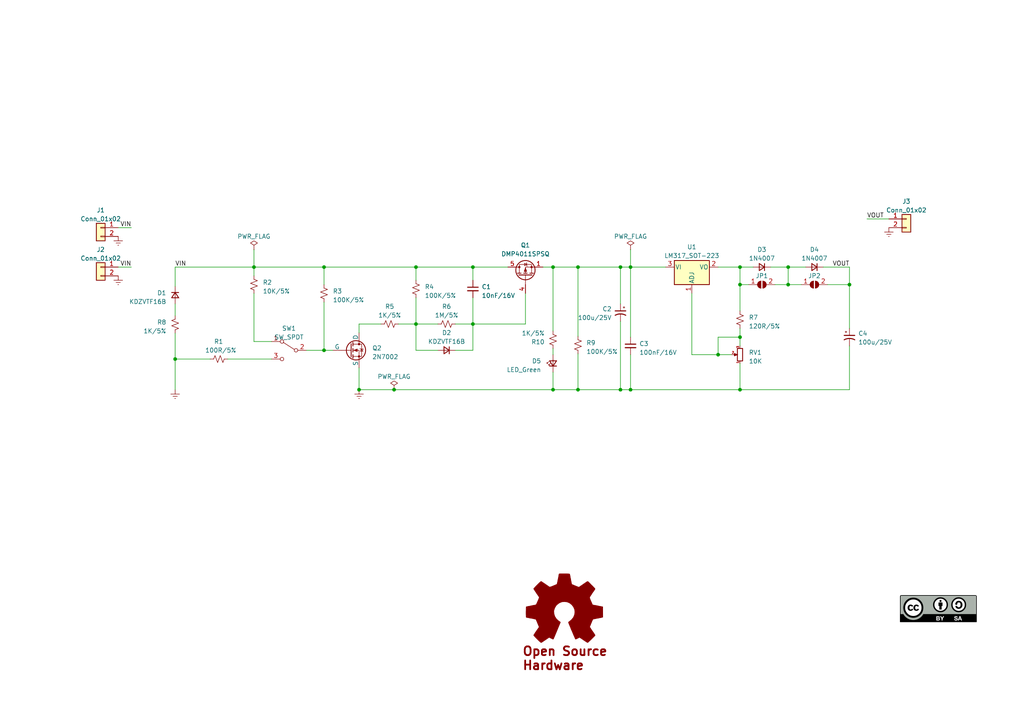
<source format=kicad_sch>
(kicad_sch (version 20230121) (generator eeschema)
  (paper "A4")
  (title_block (title "LM317 Supply Module") (date "2023-05-07") (rev "1.0") (comment 1 "github.com/tw1chao/LM317SupplyModule") (comment 2 "CC BY-SA 4.0") (comment 3 "Open Source Hardware"))
  (lib_symbols
    (symbol "Connector_Generic:Conn_01x02" (pin_names (offset 1.016) hide)
      (property "Reference" "J" (at 0 2.54 0))
      (property "Value" "Conn_01x02" (at 0 -5.08 0))
      (symbol "Conn_01x02_1_1"
        (rectangle (start -1.27 -2.413) (end 0 -2.667) (stroke (width 0.1524)))
        (rectangle (start -1.27 0.127) (end 0 -0.127) (stroke (width 0.1524)))
        (rectangle (start -1.27 1.27) (end 1.27 -3.81) (stroke (width 0.254)) (fill (type background)))
        (pin passive line (at -5.08 0 0) (length 3.81) (name "Pin_1") (number "1"))
        (pin passive line (at -5.08 -2.54 0) (length 3.81) (name "Pin_2") (number "2"))
      )
    )
    (symbol "Device:C_Polarized_Small_US" (pin_numbers hide) (pin_names (offset 0.254) hide)
      (property "Reference" "C" (at 0.254 1.778 0))
      (property "Value" "C_Polarized_Small_US" (at 0.254 -2.032 0))
      (symbol "C_Polarized_Small_US_0_1"
        (polyline (pts (xy -1.524 0.508) (xy 1.524 0.508)) (stroke (width 0.3048)))
        (polyline (pts (xy -1.27 1.524) (xy -0.762 1.524)))
        (polyline (pts (xy -1.016 1.27) (xy -1.016 1.778)))
        (arc (start 1.524 -0.762) (mid 0 -0.3734) (end -1.524 -0.762) (stroke (width 0.3048)))
      )
      (symbol "C_Polarized_Small_US_1_1"
        (pin passive line (at 0 2.54 270) (length 2.032) (name "~") (number "1"))
        (pin passive line (at 0 -2.54 90) (length 2.032) (name "~") (number "2"))
      )
    )
    (symbol "Device:C_Small" (pin_numbers hide) (pin_names (offset 0.254) hide)
      (property "Reference" "C" (at 0.254 1.778 0))
      (property "Value" "C_Small" (at 0.254 -2.032 0))
      (symbol "C_Small_0_1"
        (polyline (pts (xy -1.524 -0.508) (xy 1.524 -0.508)) (stroke (width 0.3302)))
        (polyline (pts (xy -1.524 0.508) (xy 1.524 0.508)) (stroke (width 0.3048)))
      )
      (symbol "C_Small_1_1"
        (pin passive line (at 0 2.54 270) (length 2.032) (name "~") (number "1"))
        (pin passive line (at 0 -2.54 90) (length 2.032) (name "~") (number "2"))
      )
    )
    (symbol "Device:D_Small" (pin_numbers hide) (pin_names (offset 0.254) hide)
      (property "Reference" "D" (at -1.27 2.032 0))
      (property "Value" "D_Small" (at -3.81 -2.032 0))
      (symbol "D_Small_0_1"
        (polyline (pts (xy -0.762 -1.016) (xy -0.762 1.016)) (stroke (width 0.254)))
        (polyline (pts (xy -0.762 0) (xy 0.762 0)))
        (polyline (pts (xy 0.762 -1.016) (xy -0.762 0) (xy 0.762 1.016) (xy 0.762 -1.016)) (stroke (width 0.254)))
      )
      (symbol "D_Small_1_1"
        (pin passive line (at -2.54 0 0) (length 1.778) (name "K") (number "1"))
        (pin passive line (at 2.54 0 180) (length 1.778) (name "A") (number "2"))
      )
    )
    (symbol "Device:LED_Small" (pin_numbers hide) (pin_names (offset 0.254) hide)
      (property "Reference" "D" (at -1.27 3.175 0))
      (property "Value" "LED_Small" (at -4.445 -2.54 0))
      (symbol "LED_Small_0_1"
        (polyline (pts (xy -0.762 -1.016) (xy -0.762 1.016)) (stroke (width 0.254)))
        (polyline (pts (xy 1.016 0) (xy -0.762 0)))
        (polyline (pts (xy 0.762 -1.016) (xy -0.762 0) (xy 0.762 1.016) (xy 0.762 -1.016)) (stroke (width 0.254)))
        (polyline (pts (xy 0 0.762) (xy -0.508 1.27) (xy -0.254 1.27) (xy -0.508 1.27) (xy -0.508 1.016)))
        (polyline (pts (xy 0.508 1.27) (xy 0 1.778) (xy 0.254 1.778) (xy 0 1.778) (xy 0 1.524)))
      )
      (symbol "LED_Small_1_1"
        (pin passive line (at -2.54 0 0) (length 1.778) (name "K") (number "1"))
        (pin passive line (at 2.54 0 180) (length 1.778) (name "A") (number "2"))
      )
    )
    (symbol "Device:R_Potentiometer_Small" (pin_names (offset 1.016) hide)
      (property "Reference" "RV" (at -4.445 0 90))
      (property "Value" "R_Potentiometer_Small" (at -2.54 0 90))
      (symbol "R_Potentiometer_Small_0_1"
        (polyline (pts (xy 0.889 0) (xy 0.635 0) (xy 1.651 0.381) (xy 1.651 -0.381) (xy 0.635 0) (xy 0.889 0)) (fill (type outline)))
        (rectangle (start 0.762 1.8034) (end -0.762 -1.8034) (stroke (width 0.254)))
      )
      (symbol "R_Potentiometer_Small_1_1"
        (pin passive line (at 0 2.54 270) (length 0.635) (name "1") (number "1"))
        (pin passive line (at 2.54 0 180) (length 0.9906) (name "2") (number "2"))
        (pin passive line (at 0 -2.54 90) (length 0.635) (name "3") (number "3"))
      )
    )
    (symbol "Device:R_Small_US" (pin_numbers hide) (pin_names (offset 0.254) hide)
      (property "Reference" "R" (at 0.762 0.508 0))
      (property "Value" "R_Small_US" (at 0.762 -1.016 0))
      (symbol "R_Small_US_1_1"
        (polyline (pts (xy 0 0) (xy 1.016 -0.381) (xy 0 -0.762) (xy -1.016 -1.143) (xy 0 -1.524)))
        (polyline (pts (xy 0 1.524) (xy 1.016 1.143) (xy 0 0.762) (xy -1.016 0.381) (xy 0 0)))
        (pin passive line (at 0 2.54 270) (length 1.016) (name "~") (number "1"))
        (pin passive line (at 0 -2.54 90) (length 1.016) (name "~") (number "2"))
      )
    )
    (symbol "Graphic:Logo_Open_Hardware_Large" (in_bom no) (on_board no)
      (symbol "Logo_Open_Hardware_Large_1_1"
        (polyline (pts (xy 6.731 -8.7122) (xy 6.6294 -8.6614) (xy 6.35 -8.4836) (xy 5.9944 -8.255) (xy 5.5372 -7.9502) (xy 5.1054 -7.6454) (xy 4.7498 -7.4168) (xy 4.4958 -7.239) (xy 4.3942 -7.1882) (xy 4.318 -7.2136) (xy 4.1148 -7.3152) (xy 3.81 -7.4676) (xy 3.6322 -7.5692) (xy 3.3528 -7.6708) (xy 3.2258 -7.6962) (xy 3.2004 -7.6708) (xy 3.0988 -7.4676) (xy 2.9464 -7.0866) (xy 2.7178 -6.604) (xy 2.4892 -6.0452) (xy 2.2352 -5.4356) (xy 1.9558 -4.826) (xy 1.7272 -4.2164) (xy 1.4986 -3.683) (xy 1.3208 -3.2512) (xy 1.2192 -2.9464) (xy 1.1684 -2.8194) (xy 1.1938 -2.794) (xy 1.3208 -2.667) (xy 1.5748 -2.4892) (xy 2.0828 -2.0574) (xy 2.6162 -1.397) (xy 2.921 -0.6604) (xy 3.048 0.1524) (xy 2.9464 0.9144) (xy 2.6416 1.6256) (xy 2.1336 2.286) (xy 1.524 2.7686) (xy 0.8128 3.0734) (xy 0 3.175) (xy -0.762 3.0988) (xy -1.4986 2.794) (xy -2.159 2.286) (xy -2.4384 1.9812) (xy -2.8194 1.3208) (xy -3.048 0.6096) (xy -3.0734 0.4318) (xy -3.0226 -0.3556) (xy -2.794 -1.0922) (xy -2.3876 -1.7526) (xy -1.8288 -2.3114) (xy -1.7526 -2.3622) (xy -1.4732 -2.5654) (xy -1.2954 -2.6924) (xy -1.1684 -2.8194) (xy -2.159 -5.207) (xy -2.3114 -5.588) (xy -2.5908 -6.2484) (xy -2.8194 -6.8072) (xy -3.0226 -7.2644) (xy -3.1496 -7.5692) (xy -3.2258 -7.6708) (xy -3.2258 -7.6962) (xy -3.302 -7.6962) (xy -3.4798 -7.6454) (xy -3.8354 -7.4676) (xy -4.0386 -7.366) (xy -4.2926 -7.239) (xy -4.4196 -7.1882) (xy -4.5212 -7.239) (xy -4.7498 -7.3914) (xy -5.1054 -7.6454) (xy -5.5372 -7.9248) (xy -5.9436 -8.2042) (xy -6.3246 -8.4582) (xy -6.604 -8.636) (xy -6.731 -8.7122) (xy -6.7564 -8.7122) (xy -6.858 -8.636) (xy -7.0866 -8.4582) (xy -7.4168 -8.1534) (xy -7.874 -7.6962) (xy -7.9502 -7.62) (xy -8.3312 -7.239) (xy -8.636 -6.9088) (xy -8.8392 -6.6802) (xy -8.9154 -6.5786) (xy -8.9154 -6.5786) (xy -8.8392 -6.4516) (xy -8.6614 -6.1722) (xy -8.4328 -5.7912) (xy -8.128 -5.3594) (xy -7.3152 -4.191) (xy -7.7724 -3.0988) (xy -7.8994 -2.7686) (xy -8.0772 -2.3622) (xy -8.2042 -2.0828) (xy -8.255 -1.9558) (xy -8.382 -1.905) (xy -8.6614 -1.8542) (xy -9.0932 -1.7526) (xy -9.6266 -1.651) (xy -10.1092 -1.5748) (xy -10.541 -1.4732) (xy -10.8712 -1.4224) (xy -11.0236 -1.397) (xy -11.049 -1.3716) (xy -11.0744 -1.2954) (xy -11.0998 -1.143) (xy -11.0998 -0.889) (xy -11.1252 -0.4572) (xy -11.1252 0.1524) (xy -11.1252 0.2286) (xy -11.0998 0.8128) (xy -11.0998 1.27) (xy -11.0744 1.5494) (xy -11.0744 1.6764) (xy -11.0744 1.6764) (xy -10.922 1.7018) (xy -10.6172 1.778) (xy -10.16 1.8542) (xy -9.652 1.9558) (xy -9.6012 1.9812) (xy -9.0932 2.0828) (xy -8.636 2.159) (xy -8.3312 2.2352) (xy -8.2042 2.286) (xy -8.1788 2.3114) (xy -8.0772 2.5146) (xy -7.9248 2.8448) (xy -7.747 3.2512) (xy -7.5692 3.6576) (xy -7.4168 4.0386) (xy -7.3152 4.318) (xy -7.2898 4.445) (xy -7.2898 4.445) (xy -7.366 4.572) (xy -7.5438 4.826) (xy -7.7978 5.207) (xy -8.128 5.6642) (xy -8.128 5.6896) (xy -8.4328 6.1468) (xy -8.6868 6.5278) (xy -8.8392 6.7818) (xy -8.9154 6.9088) (xy -8.9154 6.9088) (xy -8.8138 7.0358) (xy -8.5852 7.2898) (xy -8.255 7.6454) (xy -7.874 8.0264) (xy -7.747 8.1534) (xy -7.3152 8.5852) (xy -7.0104 8.8646) (xy -6.8326 8.9916) (xy -6.731 9.0424) (xy -6.731 9.0424) (xy -6.604 8.9408) (xy -6.3246 8.763) (xy -5.9436 8.509) (xy -5.4864 8.2042) (xy -5.461 8.1788) (xy -5.0038 7.874) (xy -4.6482 7.62) (xy -4.3688 7.4422) (xy -4.2672 7.3914) (xy -4.2418 7.3914) (xy -4.064 7.4422) (xy -3.7338 7.5438) (xy -3.3528 7.6962) (xy -2.9464 7.874) (xy -2.5654 8.0264) (xy -2.286 8.1534) (xy -2.159 8.2296) (xy -2.159 8.2296) (xy -2.1082 8.382) (xy -2.032 8.7122) (xy -1.9304 9.1694) (xy -1.8288 9.7282) (xy -1.8034 9.8044) (xy -1.7018 10.3378) (xy -1.6256 10.7696) (xy -1.5748 11.0744) (xy -1.524 11.2014) (xy -1.4478 11.2268) (xy -1.1938 11.2522) (xy -0.8128 11.2522) (xy -0.3302 11.2522) (xy 0.1524 11.2522) (xy 0.6604 11.2522) (xy 1.0668 11.2268) (xy 1.3716 11.2014) (xy 1.4986 11.176) (xy 1.4986 11.176) (xy 1.5494 11.0236) (xy 1.6256 10.6934) (xy 1.7018 10.2108) (xy 1.8288 9.6774) (xy 1.8288 9.5758) (xy 1.9304 9.0424) (xy 2.032 8.6106) (xy 2.0828 8.3058) (xy 2.1336 8.2042) (xy 2.159 8.1788) (xy 2.3876 8.0772) (xy 2.7432 7.9248) (xy 3.175 7.747) (xy 4.191 7.3406) (xy 5.461 8.2042) (xy 5.5626 8.2804) (xy 6.0198 8.5852) (xy 6.3754 8.8392) (xy 6.6294 8.9916) (xy 6.7564 9.0424) (xy 6.7564 9.0424) (xy 6.8834 8.9408) (xy 7.1374 8.7122) (xy 7.4676 8.382) (xy 7.8486 7.9756) (xy 8.1534 7.6962) (xy 8.4836 7.3406) (xy 8.7122 7.112) (xy 8.8392 6.9596) (xy 8.8646 6.858) (xy 8.8646 6.8072) (xy 8.7884 6.6802) (xy 8.6106 6.4008) (xy 8.3312 6.0198) (xy 8.0264 5.588) (xy 7.7978 5.207) (xy 7.5184 4.8006) (xy 7.3406 4.4958) (xy 7.2898 4.3434) (xy 7.2898 4.2926) (xy 7.3914 4.0386) (xy 7.5184 3.683) (xy 7.7216 3.2258) (xy 8.1534 2.2352) (xy 8.7884 2.1082) (xy 9.1948 2.0574) (xy 9.7536 1.9304) (xy 10.2616 1.8288) (xy 11.0998 1.6764) (xy 11.1252 -1.3208) (xy 10.9982 -1.3716) (xy 10.8712 -1.397) (xy 10.5664 -1.4732) (xy 10.1346 -1.5494) (xy 9.6266 -1.651) (xy 9.1948 -1.7272) (xy 8.7376 -1.8288) (xy 8.4328 -1.8796) (xy 8.2804 -1.905) (xy 8.255 -1.9558) (xy 8.1534 -2.159) (xy 7.9756 -2.5146) (xy 7.8232 -2.921) (xy 7.6454 -3.3274) (xy 7.493 -3.7338) (xy 7.366 -4.0132) (xy 7.3406 -4.191) (xy 7.3914 -4.2926) (xy 7.5692 -4.5466) (xy 7.7978 -4.9276) (xy 8.1026 -5.3594) (xy 8.4074 -5.7912) (xy 8.6614 -6.1722) (xy 8.8138 -6.4262) (xy 8.89 -6.5532) (xy 8.8646 -6.6548) (xy 8.6868 -6.858) (xy 8.3566 -7.1882) (xy 7.874 -7.6708) (xy 7.7978 -7.747) (xy 7.3914 -8.128) (xy 7.0612 -8.4328) (xy 6.8326 -8.636) (xy 6.731 -8.7122)) (fill (type outline)))
      )
    )
    (symbol "Jumper:SolderJumper_2_Open" (pin_names (offset 0) hide)
      (property "Reference" "JP" (at 0 2.032 0))
      (property "Value" "SolderJumper_2_Open" (at 0 -2.54 0))
      (symbol "SolderJumper_2_Open_0_1"
        (arc (start -0.254 1.016) (mid -1.2656 0) (end -0.254 -1.016))
        (arc (start -0.254 1.016) (mid -1.2656 0) (end -0.254 -1.016) (fill (type outline)))
        (polyline (pts (xy -0.254 1.016) (xy -0.254 -1.016)))
        (polyline (pts (xy 0.254 1.016) (xy 0.254 -1.016)))
        (arc (start 0.254 -1.016) (mid 1.2656 0) (end 0.254 1.016))
        (arc (start 0.254 -1.016) (mid 1.2656 0) (end 0.254 1.016) (fill (type outline)))
      )
      (symbol "SolderJumper_2_Open_1_1"
        (pin passive line (at -3.81 0 0) (length 2.54) (name "A") (number "1"))
        (pin passive line (at 3.81 0 180) (length 2.54) (name "B") (number "2"))
      )
    )
    (symbol "Regulator_Linear:LM317_SOT-223" (pin_names (offset 0.254))
      (property "Reference" "U" (at -3.81 3.175 0))
      (property "Value" "LM317_SOT-223" (at 0 3.175 0))
      (symbol "LM317_SOT-223_0_1"
        (rectangle (start -5.08 1.905) (end 5.08 -5.08) (stroke (width 0.254)) (fill (type background)))
      )
      (symbol "LM317_SOT-223_1_1"
        (pin input line (at 0 -7.62 90) (length 2.54) (name "ADJ") (number "1"))
        (pin power_out line (at 7.62 0 180) (length 2.54) (name "VO") (number "2"))
        (pin power_in line (at -7.62 0 0) (length 2.54) (name "VI") (number "3"))
      )
    )
    (symbol "Simulation_SPICE:NMOS" (pin_numbers hide) (pin_names (offset 0))
      (property "Reference" "Q" (at 5.08 1.27 0))
      (property "Value" "NMOS" (at 5.08 -1.27 0))
      (symbol "NMOS_0_1"
        (polyline (pts (xy 0.254 0) (xy -2.54 0)))
        (polyline (pts (xy 0.254 1.905) (xy 0.254 -1.905)) (stroke (width 0.254)))
        (polyline (pts (xy 0.762 -1.27) (xy 0.762 -2.286)) (stroke (width 0.254)))
        (polyline (pts (xy 0.762 0.508) (xy 0.762 -0.508)) (stroke (width 0.254)))
        (polyline (pts (xy 0.762 2.286) (xy 0.762 1.27)) (stroke (width 0.254)))
        (polyline (pts (xy 2.54 2.54) (xy 2.54 1.778)))
        (polyline (pts (xy 2.54 -2.54) (xy 2.54 0) (xy 0.762 0)))
        (polyline (pts (xy 0.762 -1.778) (xy 3.302 -1.778) (xy 3.302 1.778) (xy 0.762 1.778)))
        (polyline (pts (xy 1.016 0) (xy 2.032 0.381) (xy 2.032 -0.381) (xy 1.016 0)) (fill (type outline)))
        (polyline (pts (xy 2.794 0.508) (xy 2.921 0.381) (xy 3.683 0.381) (xy 3.81 0.254)))
        (polyline (pts (xy 3.302 0.381) (xy 2.921 -0.254) (xy 3.683 -0.254) (xy 3.302 0.381)))
        (circle (center 1.651 0) (radius 2.794) (stroke (width 0.254)))
        (circle (center 2.54 -1.778) (radius 0.254) (fill (type outline)))
        (circle (center 2.54 1.778) (radius 0.254) (fill (type outline)))
      )
      (symbol "NMOS_1_1"
        (pin passive line (at 2.54 5.08 270) (length 2.54) (name "D") (number "1"))
        (pin input line (at -5.08 0 0) (length 2.54) (name "G") (number "2"))
        (pin passive line (at 2.54 -5.08 90) (length 2.54) (name "S") (number "3"))
      )
    )
    (symbol "Switch:SW_SPDT" (pin_names (offset 0) hide)
      (property "Reference" "SW" (at 0 4.318 0))
      (property "Value" "SW_SPDT" (at 0 -5.08 0))
      (symbol "SW_SPDT_0_0"
        (circle (center -2.032 0) (radius 0.508))
        (circle (center 2.032 -2.54) (radius 0.508))
      )
      (symbol "SW_SPDT_0_1"
        (polyline (pts (xy -1.524 0.254) (xy 1.651 2.286)))
        (circle (center 2.032 2.54) (radius 0.508))
      )
      (symbol "SW_SPDT_1_1"
        (pin passive line (at 5.08 2.54 180) (length 2.54) (name "A") (number "1"))
        (pin passive line (at -5.08 0 0) (length 2.54) (name "B") (number "2"))
        (pin passive line (at 5.08 -2.54 180) (length 2.54) (name "C") (number "3"))
      )
    )
    (symbol "Transistor_FET:DMP3013SFV" (pin_names hide)
      (property "Reference" "Q" (at 5.08 1.905 0))
      (property "Value" "DMP3013SFV" (at 5.08 0 0))
      (symbol "DMP3013SFV_0_1"
        (polyline (pts (xy 0.254 0) (xy -2.54 0)))
        (polyline (pts (xy 0.254 1.905) (xy 0.254 -1.905)) (stroke (width 0.254)))
        (polyline (pts (xy 0.762 -1.27) (xy 0.762 -2.286)) (stroke (width 0.254)))
        (polyline (pts (xy 0.762 0.508) (xy 0.762 -0.508)) (stroke (width 0.254)))
        (polyline (pts (xy 0.762 2.286) (xy 0.762 1.27)) (stroke (width 0.254)))
        (polyline (pts (xy 2.54 2.54) (xy 2.54 1.778)))
        (polyline (pts (xy 2.54 -2.54) (xy 2.54 0) (xy 0.762 0)))
        (polyline (pts (xy 0.762 1.778) (xy 3.302 1.778) (xy 3.302 -1.778) (xy 0.762 -1.778)))
        (polyline (pts (xy 2.286 0) (xy 1.27 0.381) (xy 1.27 -0.381) (xy 2.286 0)) (fill (type outline)))
        (polyline (pts (xy 2.794 -0.508) (xy 2.921 -0.381) (xy 3.683 -0.381) (xy 3.81 -0.254)))
        (polyline (pts (xy 3.302 -0.381) (xy 2.921 0.254) (xy 3.683 0.254) (xy 3.302 -0.381)))
        (circle (center 1.651 0) (radius 2.794) (stroke (width 0.254)))
        (circle (center 2.54 -1.778) (radius 0.254) (fill (type outline)))
        (circle (center 2.54 1.778) (radius 0.254) (fill (type outline)))
      )
      (symbol "DMP3013SFV_1_1"
        (pin passive line (at 2.54 -5.08 90) (length 2.54) (name "S") (number "1"))
        (pin passive line (at 2.54 -5.08 90) (length 2.54) hide (name "S") (number "2"))
        (pin passive line (at 2.54 -5.08 90) (length 2.54) hide (name "S") (number "3"))
        (pin passive line (at -5.08 0 0) (length 2.54) (name "G") (number "4"))
        (pin passive line (at 2.54 5.08 270) (length 2.54) (name "D") (number "5"))
      )
    )
    (symbol "power:Earth" (power) (pin_names (offset 0))
      (symbol "Earth_0_1"
        (polyline (pts (xy -0.635 -1.905) (xy 0.635 -1.905)))
        (polyline (pts (xy -0.127 -2.54) (xy 0.127 -2.54)))
        (polyline (pts (xy 0 -1.27) (xy 0 0)))
        (polyline (pts (xy 1.27 -1.27) (xy -1.27 -1.27)))
      )
      (symbol "Earth_1_1"
        (pin power_in line (at 0 0 270) (length 0) hide (name "Earth") (number "1"))
      )
    )
    (symbol "power:PWR_FLAG" (power) (pin_numbers hide) (pin_names (offset 0) hide)
      (property "Value" "PWR_FLAG" (at 0 3.81 0))
      (symbol "PWR_FLAG_0_0"
        (pin power_out line (at 0 0 90) (length 0) (name "pwr") (number "1"))
      )
      (symbol "PWR_FLAG_0_1"
        (polyline (pts (xy 0 0) (xy 0 1.27) (xy -1.016 1.905) (xy 0 2.54) (xy 1.016 1.905) (xy 0 1.27)))
      )
    )
  )
  (junction (at 104.14 113.03))
  (junction (at 73.66 77.47))
  (junction (at 120.65 93.98))
  (junction (at 214.63 77.47))
  (junction (at 179.959 77.47))
  (junction (at 214.63 82.55))
  (junction (at 120.65 77.47))
  (junction (at 182.88 77.47))
  (junction (at 137.16 77.47))
  (junction (at 228.6 77.47))
  (junction (at 179.959 113.03))
  (junction (at 160.401 113.03))
  (junction (at 214.63 113.03))
  (junction (at 167.64 77.47))
  (junction (at 182.88 113.03))
  (junction (at 167.64 113.03))
  (junction (at 160.401 77.47))
  (junction (at 137.16 93.98))
  (junction (at 50.8 104.14))
  (junction (at 208.28 102.87))
  (junction (at 93.98 101.6))
  (junction (at 114.3 113.03))
  (junction (at 214.63 97.79))
  (junction (at 246.38 82.55))
  (junction (at 228.6 82.55))
  (junction (at 93.98 77.47))
  (wire (pts (xy 120.65 93.98) (xy 127 93.98)))
  (wire (pts (xy 50.8 88.138) (xy 50.8 91.567)))
  (wire (pts (xy 152.4 93.98) (xy 137.16 93.98)))
  (wire (pts (xy 179.959 77.47) (xy 179.959 88.138)))
  (wire (pts (xy 104.14 113.03) (xy 114.3 113.03)))
  (wire (pts (xy 160.401 107.95) (xy 160.401 113.03)))
  (wire (pts (xy 132.08 101.6) (xy 137.16 101.6)))
  (wire (pts (xy 214.63 77.47) (xy 214.63 82.55)))
  (wire (pts (xy 167.64 113.03) (xy 179.959 113.03)))
  (wire (pts (xy 137.16 93.98) (xy 132.08 93.98)))
  (wire (pts (xy 50.8 104.14) (xy 60.96 104.14)))
  (wire (pts (xy 120.65 86.36) (xy 120.65 93.98)))
  (wire (pts (xy 73.66 72.39) (xy 73.66 77.47)))
  (wire (pts (xy 73.66 80.01) (xy 73.66 77.47)))
  (wire (pts (xy 38.1 66.04) (xy 34.29 66.04)))
  (wire (pts (xy 50.8 77.47) (xy 73.66 77.47)))
  (wire (pts (xy 120.65 77.47) (xy 120.65 81.28)))
  (wire (pts (xy 246.38 77.47) (xy 246.38 82.55)))
  (wire (pts (xy 246.38 82.55) (xy 246.38 95.25)))
  (wire (pts (xy 73.66 99.06) (xy 78.74 99.06)))
  (wire (pts (xy 228.6 82.55) (xy 228.6 77.47)))
  (wire (pts (xy 160.401 77.47) (xy 160.401 96.012)))
  (wire (pts (xy 224.79 82.55) (xy 228.6 82.55)))
  (wire (pts (xy 182.88 72.39) (xy 182.88 77.47)))
  (wire (pts (xy 104.14 93.98) (xy 110.49 93.98)))
  (wire (pts (xy 208.28 97.79) (xy 214.63 97.79)))
  (wire (pts (xy 193.04 77.47) (xy 182.88 77.47)))
  (wire (pts (xy 251.46 63.5) (xy 257.81 63.5)))
  (wire (pts (xy 73.66 77.47) (xy 93.98 77.47)))
  (wire (pts (xy 66.04 104.14) (xy 78.74 104.14)))
  (wire (pts (xy 137.16 77.47) (xy 147.32 77.47)))
  (wire (pts (xy 179.959 93.218) (xy 179.959 113.03)))
  (wire (pts (xy 167.64 77.47) (xy 160.401 77.47)))
  (wire (pts (xy 214.63 82.55) (xy 214.63 90.17)))
  (wire (pts (xy 160.401 101.092) (xy 160.401 102.87)))
  (wire (pts (xy 238.76 77.47) (xy 246.38 77.47)))
  (wire (pts (xy 223.52 77.47) (xy 228.6 77.47)))
  (wire (pts (xy 167.64 102.616) (xy 167.64 113.03)))
  (wire (pts (xy 214.63 105.41) (xy 214.63 113.03)))
  (wire (pts (xy 50.8 113.03) (xy 50.8 104.14)))
  (wire (pts (xy 208.28 102.87) (xy 212.09 102.87)))
  (wire (pts (xy 182.88 113.03) (xy 214.63 113.03)))
  (wire (pts (xy 208.28 102.87) (xy 208.28 97.79)))
  (wire (pts (xy 214.63 95.25) (xy 214.63 97.79)))
  (wire (pts (xy 179.959 77.47) (xy 167.64 77.47)))
  (wire (pts (xy 137.16 101.6) (xy 137.16 93.98)))
  (wire (pts (xy 214.63 82.55) (xy 217.17 82.55)))
  (wire (pts (xy 73.66 85.09) (xy 73.66 99.06)))
  (wire (pts (xy 93.98 77.47) (xy 120.65 77.47)))
  (wire (pts (xy 120.65 77.47) (xy 137.16 77.47)))
  (wire (pts (xy 93.98 87.63) (xy 93.98 101.6)))
  (wire (pts (xy 120.65 101.6) (xy 120.65 93.98)))
  (wire (pts (xy 182.88 77.47) (xy 179.959 77.47)))
  (wire (pts (xy 214.63 77.47) (xy 218.44 77.47)))
  (wire (pts (xy 240.03 82.55) (xy 246.38 82.55)))
  (wire (pts (xy 104.14 96.52) (xy 104.14 93.98)))
  (wire (pts (xy 228.6 77.47) (xy 233.68 77.47)))
  (wire (pts (xy 50.8 77.47) (xy 50.8 83.058)))
  (wire (pts (xy 152.4 85.09) (xy 152.4 93.98)))
  (wire (pts (xy 127 101.6) (xy 120.65 101.6)))
  (wire (pts (xy 50.8 96.647) (xy 50.8 104.14)))
  (wire (pts (xy 246.38 100.33) (xy 246.38 113.03)))
  (wire (pts (xy 114.3 113.03) (xy 160.401 113.03)))
  (wire (pts (xy 200.66 85.09) (xy 200.66 102.87)))
  (wire (pts (xy 93.98 101.6) (xy 88.9 101.6)))
  (wire (pts (xy 93.98 77.47) (xy 93.98 82.55)))
  (wire (pts (xy 214.63 113.03) (xy 246.38 113.03)))
  (wire (pts (xy 182.88 77.47) (xy 182.88 97.79)))
  (wire (pts (xy 208.28 77.47) (xy 214.63 77.47)))
  (wire (pts (xy 93.98 101.6) (xy 96.52 101.6)))
  (wire (pts (xy 214.63 97.79) (xy 214.63 100.33)))
  (wire (pts (xy 200.66 102.87) (xy 208.28 102.87)))
  (wire (pts (xy 160.401 77.47) (xy 157.48 77.47)))
  (wire (pts (xy 137.16 77.47) (xy 137.16 81.28)))
  (wire (pts (xy 38.1 77.47) (xy 34.29 77.47)))
  (wire (pts (xy 160.401 113.03) (xy 167.64 113.03)))
  (wire (pts (xy 115.57 93.98) (xy 120.65 93.98)))
  (wire (pts (xy 182.88 113.03) (xy 179.959 113.03)))
  (wire (pts (xy 167.64 77.47) (xy 167.64 97.536)))
  (wire (pts (xy 104.14 106.68) (xy 104.14 113.03)))
  (wire (pts (xy 232.41 82.55) (xy 228.6 82.55)))
  (wire (pts (xy 137.16 86.36) (xy 137.16 93.98)))
  (wire (pts (xy 182.88 102.87) (xy 182.88 113.03)))
  (image (at 272.161 176.53) (scale 0.263148))
  (text "Open Source\nHardware" (at 151.384 194.691 0) (effects (font (size 2.54 2.54) (thickness 0.508) bold) (justify left bottom)))
  (label "VIN" (at 50.8 77.47 0))
  (label "VOUT" (at 246.38 77.47 180))
  (label "VIN" (at 38.1 66.04 180))
  (label "VOUT" (at 251.46 63.5 0))
  (label "VIN" (at 38.1 77.47 180))
  (symbol (lib_id "Device:R_Small_US") (at 93.98 85.09 0) (unit 1)
    (property "Reference" "R3" (at 96.52 84.455 0) (effects (justify left)))
    (property "Value" "100K/5%" (at 96.52 86.995 0) (effects (justify left)))
    (property "Footprint" "Resistor_SMD:R_0603_1608Metric" (effects hide))
  )
  (symbol (lib_id "Simulation_SPICE:NMOS") (at 101.6 101.6 0) (unit 1)
    (property "Reference" "Q2" (at 107.95 100.965 0) (effects (justify left)))
    (property "Value" "2N7002" (at 107.95 103.505 0) (effects (justify left)))
    (property "Footprint" "Package_TO_SOT_SMD:SOT-23" (effects hide))
    (property "Datasheet" "https://ngspice.sourceforge.io/docs/ngspice-manual.pdf" (effects hide))
    (property "Sim.Device" "NMOS" (effects hide))
    (property "Sim.Type" "VDMOS" (effects hide))
    (property "Sim.Pins" "1=D 2=G 3=S" (effects hide))
  )
  (symbol (lib_id "Device:D_Small") (at 129.54 101.6 180) (unit 1)
    (property "Reference" "D2" (at 129.54 96.52 0))
    (property "Value" "KDZVTF16B" (at 129.54 99.06 0))
    (property "Footprint" "Diode_SMD:D_SOD-123F" (effects hide))
    (property "Sim.Device" "D" (effects hide))
    (property "Sim.Pins" "1=K 2=A" (effects hide))
  )
  (symbol (lib_id "Graphic:Logo_Open_Hardware_Large") (at 163.703 177.673 0) (unit 1) (in_bom no) (on_board no)
    (property "Reference" "#SYM1" (effects hide))
    (property "Value" "Logo_Open_Hardware_Large" (effects hide))
    (property "Sim.Enable" "0" (effects hide))
  )
  (symbol (lib_id "Device:R_Small_US") (at 113.03 93.98 90) (unit 1)
    (property "Reference" "R5" (at 113.03 88.9 90))
    (property "Value" "1K/5%" (at 113.03 91.44 90))
    (property "Footprint" "Resistor_SMD:R_0603_1608Metric" (effects hide))
  )
  (symbol (lib_id "Jumper:SolderJumper_2_Open") (at 220.98 82.55 0) (mirror x) (unit 1)
    (property "Reference" "JP1" (at 220.98 80.01 0))
    (property "Value" "SolderJumper_2_Open" (effects hide))
    (property "Footprint" "Jumper:SolderJumper-2_P1.3mm_Open_TrianglePad1.0x1.5mm" (effects hide))
  )
  (symbol (lib_id "power:Earth") (at 50.8 113.03 0) (unit 1)
    (property "Reference" "#PWR02" (effects hide))
    (property "Value" "Earth" (effects hide))
  )
  (symbol (lib_id "Switch:SW_SPDT") (at 83.82 101.6 0) (mirror y) (unit 1)
    (property "Reference" "SW1" (at 83.82 95.25 0))
    (property "Value" "SW_SPDT" (at 83.82 97.79 0))
    (property "Footprint" "Supply-Module-Library:SW_DIP_5176_SPDT" (effects hide))
    (property "Sim.Device" "SW" (effects hide))
    (property "Sim.Pins" "1=A 2=B 3=C 4=A 5=B 6=C" (effects hide))
  )
  (symbol (lib_id "Device:R_Small_US") (at 214.63 92.71 180) (unit 1)
    (property "Reference" "R7" (at 217.17 92.075 0) (effects (justify right)))
    (property "Value" "120R/5%" (at 217.17 94.615 0) (effects (justify right)))
    (property "Footprint" "Resistor_SMD:R_0603_1608Metric" (effects hide))
  )
  (symbol (lib_id "Device:R_Potentiometer_Small") (at 214.63 102.87 180) (unit 1)
    (property "Reference" "RV1" (at 217.17 102.235 0) (effects (justify right)))
    (property "Value" "10K" (at 217.17 104.775 0) (effects (justify right)))
    (property "Footprint" "Supply-Module-Library:Variable_Resistance_PV36W" (effects hide))
  )
  (symbol (lib_id "Connector_Generic:Conn_01x02") (at 29.21 66.04 0) (mirror y) (unit 1)
    (property "Reference" "J1" (at 29.21 60.96 0))
    (property "Value" "Conn_01x02" (at 29.21 63.5 0))
    (property "Footprint" "Connector_Phoenix_MC:PhoenixContact_MC_1,5_2-G-3.81_1x02_P3.81mm_Horizontal" (effects hide))
    (property "Datasheet" "https://www.phoenixcontact.com/en-us/products/pcb-header-mc-15-2-g-381-1803277?type=pdf" (effects hide))
  )
  (symbol (lib_id "Connector_Generic:Conn_01x02") (at 29.21 77.47 0) (mirror y) (unit 1)
    (property "Reference" "J2" (at 29.21 72.39 0))
    (property "Value" "Conn_01x02" (at 29.21 74.93 0))
    (property "Footprint" "Connector_Phoenix_MC:PhoenixContact_MC_1,5_2-G-3.81_1x02_P3.81mm_Horizontal" (effects hide))
    (property "Datasheet" "https://www.phoenixcontact.com/en-us/products/pcb-header-mc-15-2-g-381-1803277?type=pdf" (effects hide))
  )
  (symbol (lib_id "Device:C_Polarized_Small_US") (at 179.959 90.678 0) (mirror y) (unit 1)
    (property "Reference" "C2" (at 177.419 89.6112 0) (effects (justify left)))
    (property "Value" "100u/25V" (at 177.419 92.1512 0) (effects (justify left)))
    (property "Footprint" "Capacitor_Tantalum_SMD:CP_EIA-7343-30_AVX-N" (effects hide))
  )
  (symbol (lib_id "Device:C_Small") (at 182.88 100.33 0) (unit 1)
    (property "Reference" "C3" (at 185.42 99.7013 0) (effects (justify left)))
    (property "Value" "100nF/16V" (at 185.42 102.2413 0) (effects (justify left)))
    (property "Footprint" "Capacitor_SMD:C_0603_1608Metric" (effects hide))
  )
  (symbol (lib_id "Connector_Generic:Conn_01x02") (at 262.89 63.5 0) (unit 1)
    (property "Reference" "J3" (at 262.89 58.42 0))
    (property "Value" "Conn_01x02" (at 262.89 60.96 0))
    (property "Footprint" "Connector_Phoenix_MC:PhoenixContact_MC_1,5_2-G-3.81_1x02_P3.81mm_Horizontal" (effects hide))
    (property "Datasheet" "https://www.phoenixcontact.com/en-us/products/pcb-header-mc-15-2-g-381-1803277?type=pdf" (effects hide))
  )
  (symbol (lib_id "power:Earth") (at 34.29 80.01 0) (unit 1)
    (property "Reference" "#PWR04" (effects hide))
    (property "Value" "Earth" (effects hide))
  )
  (symbol (lib_id "Device:R_Small_US") (at 50.8 94.107 0) (mirror x) (unit 1)
    (property "Reference" "R8" (at 48.26 93.472 0) (effects (justify right)))
    (property "Value" "1K/5%" (at 48.26 96.012 0) (effects (justify right)))
    (property "Footprint" "Resistor_SMD:R_0603_1608Metric" (effects hide))
  )
  (symbol (lib_id "Device:R_Small_US") (at 73.66 82.55 0) (unit 1)
    (property "Reference" "R2" (at 76.2 81.915 0) (effects (justify left)))
    (property "Value" "10K/5%" (at 76.2 84.455 0) (effects (justify left)))
    (property "Footprint" "Resistor_SMD:R_0603_1608Metric" (effects hide))
  )
  (symbol (lib_id "Device:D_Small") (at 220.98 77.47 180) (unit 1)
    (property "Reference" "D3" (at 220.98 72.39 0))
    (property "Value" "1N4007" (at 220.98 74.93 0))
    (property "Footprint" "Diode_SMD:D_SMA" (effects hide))
    (property "Sim.Device" "D" (effects hide))
    (property "Sim.Pins" "1=K 2=A" (effects hide))
  )
  (symbol (lib_id "Jumper:SolderJumper_2_Open") (at 236.22 82.55 0) (mirror x) (unit 1)
    (property "Reference" "JP2" (at 236.22 80.01 0))
    (property "Value" "SolderJumper_2_Open" (effects hide))
    (property "Footprint" "Jumper:SolderJumper-2_P1.3mm_Open_TrianglePad1.0x1.5mm" (effects hide))
  )
  (symbol (lib_id "Device:R_Small_US") (at 160.401 98.552 180) (unit 1)
    (property "Reference" "R10" (at 157.988 99.187 0) (effects (justify left)))
    (property "Value" "1K/5%" (at 157.988 96.647 0) (effects (justify left)))
    (property "Footprint" "Resistor_SMD:R_0603_1608Metric" (effects hide))
  )
  (symbol (lib_id "power:PWR_FLAG") (at 182.88 72.39 0) (unit 1)
    (property "Reference" "#FLG02" (effects hide))
    (property "Value" "PWR_FLAG" (at 182.88 68.58 0))
  )
  (symbol (lib_id "Device:C_Polarized_Small_US") (at 246.38 97.79 0) (unit 1)
    (property "Reference" "C4" (at 248.92 96.7232 0) (effects (justify left)))
    (property "Value" "100u/25V" (at 248.92 99.2632 0) (effects (justify left)))
    (property "Footprint" "Capacitor_SMD:C_0603_1608Metric" (effects hide))
  )
  (symbol (lib_id "Transistor_FET:DMP3013SFV") (at 152.4 80.01 90) (unit 1)
    (property "Reference" "Q1" (at 152.4 71.12 90))
    (property "Value" "DMP4011SPSQ" (at 152.4 73.66 90))
    (property "Footprint" "Supply-Module-Library:Diodes_PowerDI5060-8" (effects hide))
    (property "Datasheet" "https://www.diodes.com/assets/Datasheets/DMP4011SPSQ.pdf" (effects hide))
  )
  (symbol (lib_id "power:Earth") (at 104.14 113.03 0) (unit 1)
    (property "Reference" "#PWR01" (effects hide))
    (property "Value" "Earth" (effects hide))
  )
  (symbol (lib_id "Device:D_Small") (at 236.22 77.47 180) (unit 1)
    (property "Reference" "D4" (at 236.22 72.39 0))
    (property "Value" "1N4007" (at 236.22 74.93 0))
    (property "Footprint" "Diode_SMD:D_SMA" (effects hide))
    (property "Sim.Device" "D" (effects hide))
    (property "Sim.Pins" "1=K 2=A" (effects hide))
  )
  (symbol (lib_id "Device:LED_Small") (at 160.401 105.41 90) (unit 1)
    (property "Reference" "D5" (at 156.972 104.7115 90) (effects (justify left)))
    (property "Value" "LED_Green" (at 156.972 107.2515 90) (effects (justify left)))
    (property "Footprint" "LED_SMD:LED_0603_1608Metric" (effects hide))
  )
  (symbol (lib_id "Device:R_Small_US") (at 167.64 100.076 0) (unit 1)
    (property "Reference" "R9" (at 170.053 99.441 0) (effects (justify left)))
    (property "Value" "100K/5%" (at 170.053 101.981 0) (effects (justify left)))
    (property "Footprint" "Resistor_SMD:R_0603_1608Metric" (effects hide))
  )
  (symbol (lib_id "Device:R_Small_US") (at 120.65 83.82 0) (unit 1)
    (property "Reference" "R4" (at 123.19 83.185 0) (effects (justify left)))
    (property "Value" "100K/5%" (at 123.19 85.725 0) (effects (justify left)))
    (property "Footprint" "Resistor_SMD:R_0603_1608Metric" (effects hide))
  )
  (symbol (lib_id "Device:R_Small_US") (at 63.5 104.14 90) (unit 1)
    (property "Reference" "R1" (at 64.77 99.06 90) (effects (justify left)))
    (property "Value" "100R/5%" (at 68.58 101.6 90) (effects (justify left)))
    (property "Footprint" "Resistor_SMD:R_0603_1608Metric" (effects hide))
  )
  (symbol (lib_id "power:PWR_FLAG") (at 73.66 72.39 0) (unit 1)
    (property "Reference" "#FLG01" (effects hide))
    (property "Value" "PWR_FLAG" (at 73.66 68.58 0))
  )
  (symbol (lib_id "power:PWR_FLAG") (at 114.3 113.03 0) (unit 1)
    (property "Reference" "#FLG03" (effects hide))
    (property "Value" "PWR_FLAG" (at 114.3 109.22 0))
  )
  (symbol (lib_id "power:Earth") (at 34.29 68.58 0) (unit 1)
    (property "Reference" "#PWR03" (effects hide))
    (property "Value" "Earth" (effects hide))
  )
  (symbol (lib_id "Regulator_Linear:LM317_SOT-223") (at 200.66 77.47 0) (unit 1)
    (property "Reference" "U1" (at 200.66 71.628 0))
    (property "Value" "LM317_SOT-223" (at 200.66 74.168 0))
    (property "Footprint" "Package_TO_SOT_SMD:SOT-223-3_TabPin2" (effects hide))
    (property "Datasheet" "http://www.ti.com/lit/ds/symlink/lm317.pdf" (effects hide))
  )
  (symbol (lib_id "power:Earth") (at 257.81 66.04 0) (mirror y) (unit 1)
    (property "Reference" "#PWR05" (effects hide))
    (property "Value" "Earth" (effects hide))
  )
  (symbol (lib_id "Device:D_Small") (at 50.8 85.598 90) (mirror x) (unit 1)
    (property "Reference" "D1" (at 48.26 84.963 90) (effects (justify left)))
    (property "Value" "KDZVTF16B" (at 48.26 87.503 90) (effects (justify left)))
    (property "Footprint" "Diode_SMD:D_SOD-123F" (effects hide))
    (property "Sim.Device" "D" (effects hide))
    (property "Sim.Pins" "1=K 2=A" (effects hide))
  )
  (symbol (lib_id "Device:C_Small") (at 137.16 83.82 0) (unit 1)
    (property "Reference" "C1" (at 139.7 83.1913 0) (effects (justify left)))
    (property "Value" "10nF/16V" (at 139.7 85.7313 0) (effects (justify left)))
    (property "Footprint" "Capacitor_SMD:C_0603_1608Metric" (effects hide))
  )
  (symbol (lib_id "Device:R_Small_US") (at 129.54 93.98 90) (unit 1)
    (property "Reference" "R6" (at 129.54 88.9 90))
    (property "Value" "1M/5%" (at 129.54 91.44 90))
    (property "Footprint" "Resistor_SMD:R_0603_1608Metric" (effects hide))
  )
)
</source>
